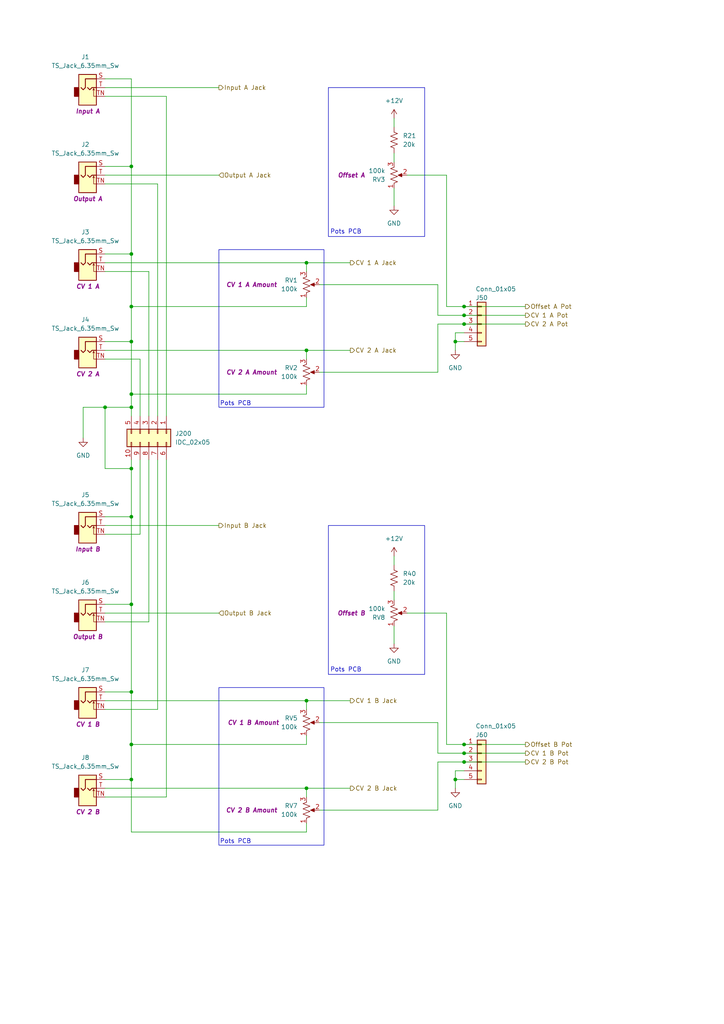
<source format=kicad_sch>
(kicad_sch (version 20231120) (generator "eeschema") (generator_version "8.0")
  (paper "A4" portrait)
  (title_block (company "DMH Instruments") (comment 1 "PCB for 5 cm Kosmo format synthesizer module"))
  (lib_symbols
    (symbol "Connector_Generic:Conn_01x05" (pin_names (offset 1.016) hide)
      (property "Reference" "J" (at 0 7.62 0))
      (property "Value" "Conn_01x05" (at 0 -7.62 0))
      (symbol "Conn_01x05_1_1"
        (rectangle (start -1.27 -4.953) (end 0 -5.207) (stroke (width 0.1524)))
        (rectangle (start -1.27 -2.413) (end 0 -2.667) (stroke (width 0.1524)))
        (rectangle (start -1.27 0.127) (end 0 -0.127) (stroke (width 0.1524)))
        (rectangle (start -1.27 2.667) (end 0 2.413) (stroke (width 0.1524)))
        (rectangle (start -1.27 5.207) (end 0 4.953) (stroke (width 0.1524)))
        (rectangle (start -1.27 6.35) (end 1.27 -6.35) (stroke (width 0.254)) (fill (type background)))
        (pin passive line (at -5.08 5.08 0) (length 3.81) (name "Pin_1") (number "1"))
        (pin passive line (at -5.08 2.54 0) (length 3.81) (name "Pin_2") (number "2"))
        (pin passive line (at -5.08 0 0) (length 3.81) (name "Pin_3") (number "3"))
        (pin passive line (at -5.08 -2.54 0) (length 3.81) (name "Pin_4") (number "4"))
        (pin passive line (at -5.08 -5.08 0) (length 3.81) (name "Pin_5") (number "5"))
      )
    )
    (symbol "Device:R_Potentiometer_US" (pin_names (offset 1.016) hide)
      (property "Reference" "RV" (at -4.445 0 90))
      (property "Value" "R_Potentiometer_US" (at -2.54 0 90))
      (symbol "R_Potentiometer_US_0_1"
        (polyline (pts (xy 0 -2.286) (xy 0 -2.54)))
        (polyline (pts (xy 0 2.54) (xy 0 2.286)))
        (polyline (pts (xy 2.54 0) (xy 1.524 0)))
        (polyline (pts (xy 1.143 0) (xy 2.286 0.508) (xy 2.286 -0.508) (xy 1.143 0)) (fill (type outline)))
        (polyline (pts (xy 0 -0.762) (xy 1.016 -1.143) (xy 0 -1.524) (xy -1.016 -1.905) (xy 0 -2.286)))
        (polyline (pts (xy 0 0.762) (xy 1.016 0.381) (xy 0 0) (xy -1.016 -0.381) (xy 0 -0.762)))
        (polyline (pts (xy 0 2.286) (xy 1.016 1.905) (xy 0 1.524) (xy -1.016 1.143) (xy 0 0.762)))
      )
      (symbol "R_Potentiometer_US_1_1"
        (pin passive line (at 0 3.81 270) (length 1.27) (name "1") (number "1"))
        (pin passive line (at 3.81 0 180) (length 1.27) (name "2") (number "2"))
        (pin passive line (at 0 -3.81 90) (length 1.27) (name "3") (number "3"))
      )
    )
    (symbol "Device:R_US" (pin_numbers hide) (pin_names (offset 0))
      (property "Reference" "R" (at 2.54 0 90))
      (property "Value" "R_US" (at -2.54 0 90))
      (symbol "R_US_0_1"
        (polyline (pts (xy 0 -2.286) (xy 0 -2.54)))
        (polyline (pts (xy 0 2.286) (xy 0 2.54)))
        (polyline (pts (xy 0 -0.762) (xy 1.016 -1.143) (xy 0 -1.524) (xy -1.016 -1.905) (xy 0 -2.286)))
        (polyline (pts (xy 0 0.762) (xy 1.016 0.381) (xy 0 0) (xy -1.016 -0.381) (xy 0 -0.762)))
        (polyline (pts (xy 0 2.286) (xy 1.016 1.905) (xy 0 1.524) (xy -1.016 1.143) (xy 0 0.762)))
      )
      (symbol "R_US_1_1"
        (pin passive line (at 0 3.81 270) (length 1.27) (name "~") (number "1"))
        (pin passive line (at 0 -3.81 90) (length 1.27) (name "~") (number "2"))
      )
    )
    (symbol "SynthStuff:BackBone_Connector_10Pin" (pin_names (offset 1.016) hide)
      (property "Reference" "J" (at 0 -10.922 0))
      (property "Value" "IDC_02x05" (at 0 -8.382 0))
      (symbol "BackBone_Connector_10Pin_1_1"
        (rectangle (start -2.54 -4.953) (end -1.27 -5.207) (stroke (width 0.1524)))
        (rectangle (start -2.54 -2.413) (end -1.27 -2.667) (stroke (width 0.1524)))
        (rectangle (start -2.54 0.127) (end -1.27 -0.127) (stroke (width 0.1524)))
        (rectangle (start -2.54 2.667) (end -1.27 2.413) (stroke (width 0.1524)))
        (rectangle (start -2.54 5.207) (end -1.27 4.953) (stroke (width 0.1524)))
        (rectangle (start -2.54 6.35) (end 2.54 -6.35) (stroke (width 0.254)) (fill (type background)))
        (rectangle (start 2.54 -4.953) (end 1.27 -5.207) (stroke (width 0.1524)))
        (rectangle (start 2.54 -2.413) (end 1.27 -2.667) (stroke (width 0.1524)))
        (rectangle (start 2.54 0.127) (end 1.27 -0.127) (stroke (width 0.1524)))
        (rectangle (start 2.54 2.667) (end 1.27 2.413) (stroke (width 0.1524)))
        (rectangle (start 2.54 5.207) (end 1.27 4.953) (stroke (width 0.1524)))
        (pin passive line (at -6.35 5.08 0) (length 3.81) (name "Pin_1") (number "1"))
        (pin passive line (at 6.35 -5.08 180) (length 3.81) (name "Pin_10") (number "10"))
        (pin passive line (at -6.35 2.54 0) (length 3.81) (name "Pin_2") (number "2"))
        (pin passive line (at -6.35 0 0) (length 3.81) (name "Pin_3") (number "3"))
        (pin passive line (at -6.35 -2.54 0) (length 3.81) (name "Pin_4") (number "4"))
        (pin passive line (at -6.35 -5.08 0) (length 3.81) (name "Pin_5") (number "5"))
        (pin passive line (at 6.35 5.08 180) (length 3.81) (name "Pin_6") (number "6"))
        (pin passive line (at 6.35 2.54 180) (length 3.81) (name "Pin_7") (number "7"))
        (pin passive line (at 6.35 0 180) (length 3.81) (name "Pin_8") (number "8"))
        (pin passive line (at 6.35 -2.54 180) (length 3.81) (name "Pin_9") (number "9"))
      )
    )
    (symbol "SynthStuff:TS_Jack_6.35mm_Sw"
      (property "Reference" "J" (at -0.635 8.89 0))
      (property "Value" "TS_Jack_6.35mm_Sw" (at -0.635 6.35 0))
      (symbol "TS_Jack_6.35mm_Sw_0_1"
        (rectangle (start -2.54 0) (end -3.81 -2.54) (stroke (width 0.254)) (fill (type outline)))
        (polyline (pts (xy 1.778 -0.254) (xy 2.032 -0.762)))
        (polyline (pts (xy 0 0) (xy 0.635 -0.635) (xy 1.27 0) (xy 2.54 0)) (stroke (width 0.254)))
        (polyline (pts (xy 2.54 -2.54) (xy 1.778 -2.54) (xy 1.778 -0.254) (xy 1.524 -0.762)))
        (polyline (pts (xy 2.54 2.54) (xy -0.635 2.54) (xy -0.635 0) (xy -1.27 -0.635) (xy -1.905 0)) (stroke (width 0.254)))
        (rectangle (start 2.54 3.81) (end -2.54 -5.08) (stroke (width 0.254)) (fill (type background)))
      )
      (symbol "TS_Jack_6.35mm_Sw_1_1"
        (pin passive line (at 5.08 2.54 180) (length 2.54) (name "~") (number "S"))
        (pin passive line (at 5.08 0 180) (length 2.54) (name "~") (number "T"))
        (pin passive line (at 5.08 -2.54 180) (length 2.54) (name "~") (number "TN"))
      )
    )
    (symbol "power:+12V" (power) (pin_numbers hide) (pin_names (offset 0) hide)
      (property "Value" "+12V" (at 0 3.556 0))
      (symbol "+12V_0_1"
        (polyline (pts (xy -0.762 1.27) (xy 0 2.54)))
        (polyline (pts (xy 0 0) (xy 0 2.54)))
        (polyline (pts (xy 0 2.54) (xy 0.762 1.27)))
      )
      (symbol "+12V_1_1"
        (pin power_in line (at 0 0 90) (length 0) (name "~") (number "1"))
      )
    )
    (symbol "power:GND" (power) (pin_numbers hide) (pin_names (offset 0) hide)
      (property "Value" "GND" (at 0 -3.81 0))
      (symbol "GND_0_1"
        (polyline (pts (xy 0 0) (xy 0 -1.27) (xy 1.27 -1.27) (xy 0 -2.54) (xy -1.27 -1.27) (xy 0 -1.27)))
      )
      (symbol "GND_1_1"
        (pin power_in line (at 0 0 270) (length 0) (name "~") (number "1"))
      )
    )
  )
  (junction (at 134.62 88.9))
  (junction (at 134.62 215.9))
  (junction (at 38.1 200.66))
  (junction (at 38.1 226.06))
  (junction (at 88.9 101.6))
  (junction (at 38.1 114.3))
  (junction (at 38.1 99.06))
  (junction (at 38.1 73.66))
  (junction (at 30.48 118.11))
  (junction (at 88.9 203.2))
  (junction (at 38.1 48.26))
  (junction (at 38.1 175.26))
  (junction (at 134.62 91.44))
  (junction (at 132.08 99.06))
  (junction (at 134.62 93.98))
  (junction (at 134.62 220.98))
  (junction (at 38.1 135.89))
  (junction (at 38.1 118.11))
  (junction (at 88.9 76.2))
  (junction (at 38.1 149.86))
  (junction (at 38.1 88.9))
  (junction (at 132.08 226.06))
  (junction (at 88.9 228.6))
  (junction (at 134.62 218.44))
  (junction (at 38.1 215.9))
  (wire (pts (xy 38.1 88.9) (xy 38.1 99.06)))
  (wire (pts (xy 127 209.55) (xy 127 218.44)))
  (wire (pts (xy 134.62 215.9) (xy 152.4 215.9)))
  (wire (pts (xy 38.1 215.9) (xy 88.9 215.9)))
  (wire (pts (xy 127 91.44) (xy 134.62 91.44)))
  (wire (pts (xy 24.13 127) (xy 24.13 118.11)))
  (wire (pts (xy 129.54 50.8) (xy 129.54 88.9)))
  (wire (pts (xy 30.48 228.6) (xy 88.9 228.6)))
  (wire (pts (xy 38.1 241.3) (xy 38.1 226.06)))
  (wire (pts (xy 30.48 231.14) (xy 48.26 231.14)))
  (wire (pts (xy 134.62 91.44) (xy 152.4 91.44)))
  (wire (pts (xy 129.54 215.9) (xy 134.62 215.9)))
  (wire (pts (xy 118.11 177.8) (xy 129.54 177.8)))
  (wire (pts (xy 30.48 205.74) (xy 45.72 205.74)))
  (wire (pts (xy 88.9 86.36) (xy 88.9 88.9)))
  (wire (pts (xy 114.3 181.61) (xy 114.3 186.69)))
  (wire (pts (xy 88.9 241.3) (xy 38.1 241.3)))
  (wire (pts (xy 38.1 118.11) (xy 38.1 120.65)))
  (wire (pts (xy 129.54 177.8) (xy 129.54 215.9)))
  (wire (pts (xy 30.48 50.8) (xy 63.5 50.8)))
  (wire (pts (xy 30.48 53.34) (xy 45.72 53.34)))
  (wire (pts (xy 129.54 88.9) (xy 134.62 88.9)))
  (wire (pts (xy 88.9 228.6) (xy 88.9 231.14)))
  (wire (pts (xy 132.08 96.52) (xy 132.08 99.06)))
  (wire (pts (xy 45.72 120.65) (xy 45.72 53.34)))
  (wire (pts (xy 30.48 48.26) (xy 38.1 48.26)))
  (wire (pts (xy 38.1 135.89) (xy 30.48 135.89)))
  (wire (pts (xy 88.9 76.2) (xy 101.6 76.2)))
  (wire (pts (xy 114.3 161.29) (xy 114.3 163.83)))
  (wire (pts (xy 45.72 205.74) (xy 45.72 133.35)))
  (wire (pts (xy 30.48 180.34) (xy 43.18 180.34)))
  (wire (pts (xy 30.48 73.66) (xy 38.1 73.66)))
  (wire (pts (xy 43.18 120.65) (xy 43.18 78.74)))
  (wire (pts (xy 30.48 152.4) (xy 63.5 152.4)))
  (wire (pts (xy 30.48 101.6) (xy 88.9 101.6)))
  (wire (pts (xy 132.08 226.06) (xy 132.08 228.6)))
  (wire (pts (xy 92.71 209.55) (xy 127 209.55)))
  (wire (pts (xy 127 234.95) (xy 127 220.98)))
  (wire (pts (xy 30.48 200.66) (xy 38.1 200.66)))
  (wire (pts (xy 30.48 22.86) (xy 38.1 22.86)))
  (wire (pts (xy 43.18 180.34) (xy 43.18 133.35)))
  (wire (pts (xy 88.9 228.6) (xy 101.6 228.6)))
  (wire (pts (xy 30.48 118.11) (xy 38.1 118.11)))
  (wire (pts (xy 38.1 200.66) (xy 38.1 175.26)))
  (wire (pts (xy 127 82.55) (xy 127 91.44)))
  (wire (pts (xy 38.1 149.86) (xy 38.1 135.89)))
  (wire (pts (xy 127 220.98) (xy 134.62 220.98)))
  (wire (pts (xy 40.64 133.35) (xy 40.64 154.94)))
  (wire (pts (xy 127 218.44) (xy 134.62 218.44)))
  (wire (pts (xy 30.48 149.86) (xy 38.1 149.86)))
  (wire (pts (xy 134.62 93.98) (xy 152.4 93.98)))
  (wire (pts (xy 118.11 50.8) (xy 129.54 50.8)))
  (wire (pts (xy 48.26 120.65) (xy 48.26 27.94)))
  (wire (pts (xy 88.9 203.2) (xy 101.6 203.2)))
  (wire (pts (xy 114.3 54.61) (xy 114.3 59.69)))
  (wire (pts (xy 134.62 220.98) (xy 152.4 220.98)))
  (wire (pts (xy 38.1 99.06) (xy 38.1 114.3)))
  (wire (pts (xy 38.1 48.26) (xy 38.1 73.66)))
  (wire (pts (xy 92.71 107.95) (xy 127 107.95)))
  (wire (pts (xy 30.48 99.06) (xy 38.1 99.06)))
  (wire (pts (xy 38.1 73.66) (xy 38.1 88.9)))
  (wire (pts (xy 132.08 226.06) (xy 134.62 226.06)))
  (wire (pts (xy 48.26 231.14) (xy 48.26 133.35)))
  (wire (pts (xy 30.48 203.2) (xy 88.9 203.2)))
  (wire (pts (xy 132.08 223.52) (xy 132.08 226.06)))
  (wire (pts (xy 88.9 76.2) (xy 88.9 78.74)))
  (wire (pts (xy 30.48 27.94) (xy 48.26 27.94)))
  (wire (pts (xy 114.3 171.45) (xy 114.3 173.99)))
  (wire (pts (xy 92.71 234.95) (xy 127 234.95)))
  (wire (pts (xy 30.48 175.26) (xy 38.1 175.26)))
  (wire (pts (xy 38.1 88.9) (xy 88.9 88.9)))
  (wire (pts (xy 30.48 135.89) (xy 30.48 118.11)))
  (wire (pts (xy 114.3 34.29) (xy 114.3 36.83)))
  (wire (pts (xy 30.48 104.14) (xy 40.64 104.14)))
  (wire (pts (xy 30.48 154.94) (xy 40.64 154.94)))
  (wire (pts (xy 134.62 88.9) (xy 152.4 88.9)))
  (wire (pts (xy 30.48 76.2) (xy 88.9 76.2)))
  (wire (pts (xy 30.48 226.06) (xy 38.1 226.06)))
  (wire (pts (xy 38.1 226.06) (xy 38.1 215.9)))
  (wire (pts (xy 127 93.98) (xy 134.62 93.98)))
  (wire (pts (xy 30.48 78.74) (xy 43.18 78.74)))
  (wire (pts (xy 132.08 99.06) (xy 132.08 101.6)))
  (wire (pts (xy 92.71 82.55) (xy 127 82.55)))
  (wire (pts (xy 30.48 177.8) (xy 63.5 177.8)))
  (wire (pts (xy 38.1 175.26) (xy 38.1 149.86)))
  (wire (pts (xy 88.9 114.3) (xy 38.1 114.3)))
  (wire (pts (xy 132.08 99.06) (xy 134.62 99.06)))
  (wire (pts (xy 24.13 118.11) (xy 30.48 118.11)))
  (wire (pts (xy 134.62 218.44) (xy 152.4 218.44)))
  (wire (pts (xy 114.3 44.45) (xy 114.3 46.99)))
  (wire (pts (xy 38.1 215.9) (xy 38.1 200.66)))
  (wire (pts (xy 88.9 111.76) (xy 88.9 114.3)))
  (wire (pts (xy 88.9 213.36) (xy 88.9 215.9)))
  (wire (pts (xy 38.1 22.86) (xy 38.1 48.26)))
  (wire (pts (xy 88.9 101.6) (xy 88.9 104.14)))
  (wire (pts (xy 38.1 133.35) (xy 38.1 135.89)))
  (wire (pts (xy 30.48 25.4) (xy 63.5 25.4)))
  (wire (pts (xy 134.62 223.52) (xy 132.08 223.52)))
  (wire (pts (xy 38.1 114.3) (xy 38.1 118.11)))
  (wire (pts (xy 134.62 96.52) (xy 132.08 96.52)))
  (wire (pts (xy 40.64 120.65) (xy 40.64 104.14)))
  (wire (pts (xy 88.9 101.6) (xy 101.6 101.6)))
  (wire (pts (xy 127 107.95) (xy 127 93.98)))
  (wire (pts (xy 88.9 238.76) (xy 88.9 241.3)))
  (wire (pts (xy 88.9 203.2) (xy 88.9 205.74)))
  (rectangle (start 95.25 152.4) (end 123.19 195.58))
  (rectangle (start 63.5 199.39) (end 93.98 245.11))
  (rectangle (start 63.5 72.39) (end 93.98 118.11))
  (rectangle (start 95.25 25.4) (end 123.19 68.58))
  (text "Pots PCB" (at 68.326 244.094 0) (effects (font (size 1.27 1.27))))
  (text "Pots PCB" (at 100.33 194.31 0) (effects (font (size 1.27 1.27))))
  (text "Pots PCB" (at 100.33 67.31 0) (effects (font (size 1.27 1.27))))
  (text "Pots PCB" (at 68.326 117.094 0) (effects (font (size 1.27 1.27))))
  (hierarchical_label "CV 2 B Jack" (shape output) (at 101.6 228.6 0))
  (hierarchical_label "CV 2 A Pot" (shape output) (at 152.4 93.98 0))
  (hierarchical_label "Offset A Pot" (shape output) (at 152.4 88.9 0))
  (hierarchical_label "CV 2 B Pot" (shape output) (at 152.4 220.98 0))
  (hierarchical_label "CV 1 B Jack" (shape output) (at 101.6 203.2 0))
  (hierarchical_label "Input B Jack" (shape output) (at 63.5 152.4 0))
  (hierarchical_label "Input A Jack" (shape output) (at 63.5 25.4 0))
  (hierarchical_label "CV 2 A Jack" (shape output) (at 101.6 101.6 0))
  (hierarchical_label "CV 1 A Pot" (shape output) (at 152.4 91.44 0))
  (hierarchical_label "CV 1 A Jack" (shape output) (at 101.6 76.2 0))
  (hierarchical_label "Output B Jack" (shape input) (at 63.5 177.8 0))
  (hierarchical_label "CV 1 B Pot" (shape output) (at 152.4 218.44 0))
  (hierarchical_label "Output A Jack" (shape input) (at 63.5 50.8 0))
  (hierarchical_label "Offset B Pot" (shape output) (at 152.4 215.9 0))
  (symbol (lib_id "Device:R_Potentiometer_US") (at 88.9 107.95 0) (mirror x) (unit 1) (on_board no)
    (property "Reference" "RV2" (at 86.36 106.6799 0) (effects (justify right)))
    (property "Value" "100k" (at 86.36 109.2199 0) (effects (justify right)))
    (property "Footprint" "SynthStuff:Potentiometer_TT_P110KH1" (effects (hide yes)))
    (property "Description" "Potentiometer, US symbol" (effects (hide yes)))
    (property "Function" "CV 2 A Amount" (at 72.898 107.95 0) (effects (font (thickness 0.254) (bold yes) (italic yes))))
  )
  (symbol (lib_id "power:GND") (at 114.3 186.69 0) (unit 1)
    (property "Reference" "#PWR029" (effects (hide yes)))
    (property "Value" "GND" (at 114.3 191.77 0))
    (property "Description" "Power symbol creates a global label with name \"GND\" , ground" (effects (hide yes)))
  )
  (symbol (lib_id "power:+12V") (at 114.3 161.29 0) (unit 1)
    (property "Reference" "#PWR023" (effects (hide yes)))
    (property "Value" "+12V" (at 114.3 156.21 0))
    (property "Description" "Power symbol creates a global label with name \"+12V\"" (effects (hide yes)))
  )
  (symbol (lib_id "Device:R_Potentiometer_US") (at 114.3 177.8 0) (mirror x) (unit 1) (on_board no)
    (property "Reference" "RV8" (at 111.76 179.0701 0) (effects (justify right)))
    (property "Value" "100k" (at 111.76 176.5301 0) (effects (justify right)))
    (property "Footprint" "SynthStuff:Potentiometer_Alpha_RD901F-40-00D_Single_Vertical" (effects (hide yes)))
    (property "Description" "Potentiometer, US symbol" (effects (hide yes)))
    (property "Function" "Offset B" (at 101.854 177.8 0) (effects (font (thickness 0.254) (bold yes) (italic yes))))
  )
  (symbol (lib_id "Device:R_Potentiometer_US") (at 88.9 209.55 0) (mirror x) (unit 1) (on_board no)
    (property "Reference" "RV5" (at 86.36 208.2799 0) (effects (justify right)))
    (property "Value" "100k" (at 86.36 210.8199 0) (effects (justify right)))
    (property "Footprint" "SynthStuff:Potentiometer_TT_P110KH1" (effects (hide yes)))
    (property "Description" "Potentiometer, US symbol" (effects (hide yes)))
    (property "Function" "CV 1 B Amount" (at 73.406 209.55 0) (effects (font (thickness 0.254) (bold yes) (italic yes))))
  )
  (symbol (lib_id "SynthStuff:TS_Jack_6.35mm_Sw") (at 25.4 25.4 0) (unit 1)
    (property "Reference" "J1" (at 24.765 16.51 0))
    (property "Value" "TS_Jack_6.35mm_Sw" (at 24.765 19.05 0))
    (property "Footprint" "SynthStuff:CUI_MJ-63052A" (effects (hide yes)))
    (property "Description" "Audio Jack, 2 Poles (Mono / TS), Switched T Pole (Normalling), 6.35mm, 1/4inch" (effects (hide yes)))
    (property "Function" "Input A" (at 25.4 32.258 0) (effects (font (thickness 0.254) (bold yes) (italic yes))))
  )
  (symbol (lib_id "power:GND") (at 132.08 228.6 0) (unit 1)
    (property "Reference" "#PWR02" (effects (hide yes)))
    (property "Value" "GND" (at 132.08 233.68 0))
    (property "Description" "Power symbol creates a global label with name \"GND\" , ground" (effects (hide yes)))
  )
  (symbol (lib_id "Device:R_Potentiometer_US") (at 88.9 82.55 0) (mirror x) (unit 1) (on_board no)
    (property "Reference" "RV1" (at 86.36 81.2799 0) (effects (justify right)))
    (property "Value" "100k" (at 86.36 83.8199 0) (effects (justify right)))
    (property "Footprint" "SynthStuff:Potentiometer_TT_P110KH1" (effects (hide yes)))
    (property "Description" "Potentiometer, US symbol" (effects (hide yes)))
    (property "Function" "CV 1 A Amount" (at 72.898 82.55 0) (effects (font (thickness 0.254) (bold yes) (italic yes))))
  )
  (symbol (lib_id "Device:R_Potentiometer_US") (at 114.3 50.8 0) (mirror x) (unit 1) (on_board no)
    (property "Reference" "RV3" (at 111.76 52.0701 0) (effects (justify right)))
    (property "Value" "100k" (at 111.76 49.5301 0) (effects (justify right)))
    (property "Footprint" "SynthStuff:Potentiometer_Alpha_RD901F-40-00D_Single_Vertical" (effects (hide yes)))
    (property "Description" "Potentiometer, US symbol" (effects (hide yes)))
    (property "Function" "Offset A" (at 101.854 50.8 0) (effects (font (thickness 0.254) (bold yes) (italic yes))))
  )
  (symbol (lib_id "SynthStuff:TS_Jack_6.35mm_Sw") (at 25.4 50.8 0) (unit 1)
    (property "Reference" "J2" (at 24.765 41.91 0))
    (property "Value" "TS_Jack_6.35mm_Sw" (at 24.765 44.45 0))
    (property "Footprint" "SynthStuff:CUI_MJ-63052A" (effects (hide yes)))
    (property "Description" "Audio Jack, 2 Poles (Mono / TS), Switched T Pole (Normalling), 6.35mm, 1/4inch" (effects (hide yes)))
    (property "Function" "Output A" (at 25.4 57.658 0) (effects (font (thickness 0.254) (bold yes) (italic yes))))
  )
  (symbol (lib_id "Device:R_US") (at 114.3 167.64 180) (unit 1) (on_board no)
    (property "Reference" "R40" (at 116.84 166.3699 0) (effects (justify right)))
    (property "Value" "20k" (at 116.84 168.9099 0) (effects (justify right)))
    (property "Footprint" "Resistor_THT:R_Axial_DIN0207_L6.3mm_D2.5mm_P7.62mm_Horizontal" (effects (hide yes)))
    (property "Description" "Resistor, US symbol" (effects (hide yes)))
  )
  (symbol (lib_id "SynthStuff:BackBone_Connector_10Pin") (at 43.18 127 270) (unit 1)
    (property "Reference" "J200" (at 50.8 125.7299 90) (effects (justify left)))
    (property "Value" "IDC_02x05" (at 50.8 128.2699 90) (effects (justify left)))
    (property "Footprint" "SynthStuff:IDC-Header_2x05_P2.54mm_Vertical_BackBone" (effects (hide yes)))
    (property "Description" "IDC jack, 2x5 pins, row a carries same signals as row b." (effects (hide yes)))
  )
  (symbol (lib_id "Device:R_Potentiometer_US") (at 88.9 234.95 0) (mirror x) (unit 1) (on_board no)
    (property "Reference" "RV7" (at 86.36 233.6799 0) (effects (justify right)))
    (property "Value" "100k" (at 86.36 236.2199 0) (effects (justify right)))
    (property "Footprint" "SynthStuff:Potentiometer_TT_P110KH1" (effects (hide yes)))
    (property "Description" "Potentiometer, US symbol" (effects (hide yes)))
    (property "Function" "CV 2 B Amount" (at 72.898 234.95 0) (effects (font (thickness 0.254) (bold yes) (italic yes))))
  )
  (symbol (lib_id "power:GND") (at 132.08 101.6 0) (unit 1)
    (property "Reference" "#PWR01" (effects (hide yes)))
    (property "Value" "GND" (at 132.08 106.68 0))
    (property "Description" "Power symbol creates a global label with name \"GND\" , ground" (effects (hide yes)))
  )
  (symbol (lib_id "SynthStuff:TS_Jack_6.35mm_Sw") (at 25.4 203.2 0) (unit 1)
    (property "Reference" "J7" (at 24.765 194.31 0))
    (property "Value" "TS_Jack_6.35mm_Sw" (at 24.765 196.85 0))
    (property "Footprint" "SynthStuff:CUI_MJ-63052A" (effects (hide yes)))
    (property "Description" "Audio Jack, 2 Poles (Mono / TS), Switched T Pole (Normalling), 6.35mm, 1/4inch" (effects (hide yes)))
    (property "Function" "CV 1 B" (at 25.4 210.058 0) (effects (font (thickness 0.254) (bold yes) (italic yes))))
  )
  (symbol (lib_id "Connector_Generic:Conn_01x05") (at 139.7 220.98 0) (unit 1)
    (property "Reference" "J60" (at 137.922 213.106 0) (effects (justify left)))
    (property "Value" "Conn_01x05" (at 137.922 210.566 0) (effects (justify left)))
    (property "Footprint" "Connector_PinSocket_2.54mm:PinSocket_1x05_P2.54mm_Vertical" (effects (hide yes)))
    (property "Description" "Generic connector, single row, 01x05, script generated (kicad-library-utils/schlib/autogen/connector/)" (effects (hide yes)))
  )
  (symbol (lib_id "power:GND") (at 114.3 59.69 0) (unit 1)
    (property "Reference" "#PWR04" (effects (hide yes)))
    (property "Value" "GND" (at 114.3 64.77 0))
    (property "Description" "Power symbol creates a global label with name \"GND\" , ground" (effects (hide yes)))
  )
  (symbol (lib_id "SynthStuff:TS_Jack_6.35mm_Sw") (at 25.4 101.6 0) (unit 1)
    (property "Reference" "J4" (at 24.765 92.71 0))
    (property "Value" "TS_Jack_6.35mm_Sw" (at 24.765 95.25 0))
    (property "Footprint" "SynthStuff:CUI_MJ-63052A" (effects (hide yes)))
    (property "Description" "Audio Jack, 2 Poles (Mono / TS), Switched T Pole (Normalling), 6.35mm, 1/4inch" (effects (hide yes)))
    (property "Function" "CV 2 A" (at 25.4 108.458 0) (effects (font (thickness 0.254) (bold yes) (italic yes))))
  )
  (symbol (lib_id "power:+12V") (at 114.3 34.29 0) (unit 1)
    (property "Reference" "#PWR03" (effects (hide yes)))
    (property "Value" "+12V" (at 114.3 29.21 0))
    (property "Description" "Power symbol creates a global label with name \"+12V\"" (effects (hide yes)))
  )
  (symbol (lib_id "Device:R_US") (at 114.3 40.64 180) (unit 1) (on_board no)
    (property "Reference" "R21" (at 116.84 39.3699 0) (effects (justify right)))
    (property "Value" "20k" (at 116.84 41.9099 0) (effects (justify right)))
    (property "Footprint" "Resistor_THT:R_Axial_DIN0207_L6.3mm_D2.5mm_P7.62mm_Horizontal" (effects (hide yes)))
    (property "Description" "Resistor, US symbol" (effects (hide yes)))
  )
  (symbol (lib_id "SynthStuff:TS_Jack_6.35mm_Sw") (at 25.4 177.8 0) (unit 1)
    (property "Reference" "J6" (at 24.765 168.91 0))
    (property "Value" "TS_Jack_6.35mm_Sw" (at 24.765 171.45 0))
    (property "Footprint" "SynthStuff:CUI_MJ-63052A" (effects (hide yes)))
    (property "Description" "Audio Jack, 2 Poles (Mono / TS), Switched T Pole (Normalling), 6.35mm, 1/4inch" (effects (hide yes)))
    (property "Function" "Output B" (at 25.4 184.658 0) (effects (font (thickness 0.254) (bold yes) (italic yes))))
  )
  (symbol (lib_id "Connector_Generic:Conn_01x05") (at 139.7 93.98 0) (unit 1)
    (property "Reference" "J50" (at 137.922 86.36 0) (effects (justify left)))
    (property "Value" "Conn_01x05" (at 137.922 83.82 0) (effects (justify left)))
    (property "Footprint" "Connector_PinSocket_2.54mm:PinSocket_1x05_P2.54mm_Vertical" (effects (hide yes)))
    (property "Description" "Generic connector, single row, 01x05, script generated (kicad-library-utils/schlib/autogen/connector/)" (effects (hide yes)))
  )
  (symbol (lib_id "SynthStuff:TS_Jack_6.35mm_Sw") (at 25.4 76.2 0) (unit 1)
    (property "Reference" "J3" (at 24.765 67.31 0))
    (property "Value" "TS_Jack_6.35mm_Sw" (at 24.765 69.85 0))
    (property "Footprint" "SynthStuff:CUI_MJ-63052A" (effects (hide yes)))
    (property "Description" "Audio Jack, 2 Poles (Mono / TS), Switched T Pole (Normalling), 6.35mm, 1/4inch" (effects (hide yes)))
    (property "Function" "CV 1 A" (at 25.4 83.058 0) (effects (font (thickness 0.254) (bold yes) (italic yes))))
  )
  (symbol (lib_id "SynthStuff:TS_Jack_6.35mm_Sw") (at 25.4 228.6 0) (unit 1)
    (property "Reference" "J8" (at 24.765 219.71 0))
    (property "Value" "TS_Jack_6.35mm_Sw" (at 24.765 222.25 0))
    (property "Footprint" "SynthStuff:CUI_MJ-63052A" (effects (hide yes)))
    (property "Description" "Audio Jack, 2 Poles (Mono / TS), Switched T Pole (Normalling), 6.35mm, 1/4inch" (effects (hide yes)))
    (property "Function" "CV 2 B" (at 25.4 235.458 0) (effects (font (thickness 0.254) (bold yes) (italic yes))))
  )
  (symbol (lib_id "power:GND") (at 24.13 127 0) (unit 1)
    (property "Reference" "#PWR033" (effects (hide yes)))
    (property "Value" "GND" (at 24.13 132.08 0))
    (property "Description" "Power symbol creates a global label with name \"GND\" , ground" (effects (hide yes)))
  )
  (symbol (lib_id "SynthStuff:TS_Jack_6.35mm_Sw") (at 25.4 152.4 0) (unit 1)
    (property "Reference" "J5" (at 24.765 143.51 0))
    (property "Value" "TS_Jack_6.35mm_Sw" (at 24.765 146.05 0))
    (property "Footprint" "SynthStuff:CUI_MJ-63052A" (effects (hide yes)))
    (property "Description" "Audio Jack, 2 Poles (Mono / TS), Switched T Pole (Normalling), 6.35mm, 1/4inch" (effects (hide yes)))
    (property "Function" "Input B" (at 25.4 159.258 0) (effects (font (thickness 0.254) (bold yes) (italic yes))))
  )
)
</source>
